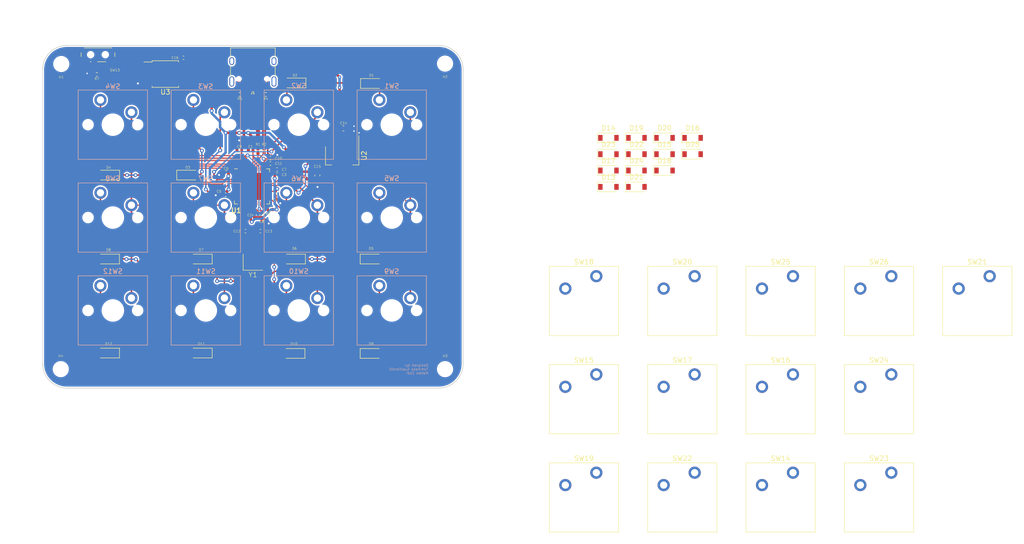
<source format=kicad_pcb>
(kicad_pcb (version 20211014) (generator pcbnew)
  (layers (0 "F.Cu" signal) (31 "B.Cu" power) (34 "B.Paste" user) (35 "F.Paste" user) (36 "B.SilkS" user "B.Silkscreen") (37 "F.SilkS" user "F.Silkscreen") (38 "B.Mask" user) (39 "F.Mask" user) (44 "Edge.Cuts" user))
  (net 0 "")
  (net 1 "+3V3")
  (net 2 "GND")
  (net 3 "+1V1")
  (net 4 "/XIN")
  (net 5 "/XOUT")
  (net 6 "VBUS")
  (net 7 "/ROW_0")
  (net 8 "Net-(D1-Pad2)")
  (net 9 "Net-(D2-Pad2)")
  (net 10 "Net-(D3-Pad2)")
  (net 11 "/ROW_1")
  (net 12 "Net-(D5-Pad2)")
  (net 13 "Net-(D6-Pad2)")
  (net 14 "/ROW_2")
  (net 15 "Net-(D7-Pad2)")
  (net 16 "Net-(D9-Pad2)")
  (net 17 "Net-(J1-PadA5)")
  (net 18 "/USB_D+")
  (net 19 "/USB_D-")
  (net 21 "Net-(J1-PadB5)")
  (net 24 "Net-(R1-Pad1)")
  (net 25 "Net-(R2-Pad1)")
  (net 26 "Net-(R3-Pad2)")
  (net 27 "/~{USB_BOOT}")
  (net 28 "/QSPI_SS")
  (net 29 "/COL_0")
  (net 30 "/COL_1")
  (net 31 "/COL_2")
  (net 41 "Net-(D13-Pad2)")
  (net 42 "Net-(D14-Pad2)")
  (net 51 "Net-(D15-Pad2)")
  (net 52 "/ROW_3")
  (net 55 "/QSPI_SD3")
  (net 56 "/QSPI_SCLK")
  (net 57 "/QSPI_SD0")
  (net 58 "/QSPI_SD2")
  (net 59 "/QSPI_SD1")
  (net 60 "Net-(D4-Pad2)")
  (net 61 "Net-(D8-Pad2)")
  (net 62 "Net-(D10-Pad2)")
  (net 63 "Net-(D11-Pad2)")
  (net 64 "Net-(D12-Pad2)")
  (net 65 "/COL_3")
  (net 68 "Net-(D16-Pad2)")
  (net 69 "Net-(D17-Pad2)")
  (net 70 "Net-(D18-Pad2)")
  (net 71 "Net-(D19-Pad2)")
  (net 72 "Net-(D20-Pad2)")
  (net 73 "/ROW_4")
  (net 74 "Net-(D21-Pad2)")
  (net 75 "Net-(D22-Pad2)")
  (net 76 "Net-(D23-Pad2)")
  (net 77 "Net-(D24-Pad2)")
  (net 78 "Net-(D25-Pad2)")
  (net 79 "/COL_4")
  (footprint "Resistor_SMD:R_0402_1005Metric" (layer "F.Cu") (at 89.174 65.073 90)
    (fp_text reference "R1")
    (fp_text value "27.4")
  )
  (footprint "Diode_SMD:D_SOD-123" (layer "F.Cu") (at 96.7486 51.1302 180)
    (fp_text reference "D2")
    (fp_text value "D")
  )
  (footprint "Diode_SMD:D_SOD-123" (layer "F.Cu") (at 160.9852 72.4408)
    (fp_text reference "D13")
    (fp_text value "D")
  )
  (footprint "Switch_Keyboard_Cherry_MX:SW_Cherry_MX_PCB_1.00u" (layer "F.Cu") (at 155.9658 136.144)
    (fp_text reference "SW19")
    (fp_text value "KEY_11_22")
  )
  (footprint "Capacitor_SMD:C_0402_1005Metric" (layer "F.Cu") (at 86.614 81.534 180)
    (fp_text reference "C12")
    (fp_text value "10p")
  )
  (footprint "Diode_SMD:D_SOD-123" (layer "F.Cu") (at 166.7352 62.3908)
    (fp_text reference "D19")
    (fp_text value "D")
  )
  (footprint "Button_Switch_SMD:SW_SPDT_PCM12" (layer "F.Cu") (at 56.388 45.6616 180)
    (fp_text reference "SW13")
    (fp_text value "SW_SPDT")
  )
  (footprint "Capacitor_SMD:C_0402_1005Metric" (layer "F.Cu") (at 87.658 65.024 180)
    (fp_text reference "C1")
    (fp_text value "100n")
  )
  (footprint "Diode_SMD:D_SOD-123" (layer "F.Cu") (at 160.9852 65.7408)
    (fp_text reference "D23")
    (fp_text value "D")
  )
  (footprint "Switch_Keyboard_Cherry_MX:SW_Cherry_MX_PCB_1.00u" (layer "F.Cu") (at 216.4158 95.844)
    (fp_text reference "SW26")
    (fp_text value "MX_LED")
  )
  (footprint "Diode_SMD:D_SOD-123" (layer "F.Cu") (at 172.4852 62.3908)
    (fp_text reference "D20")
    (fp_text value "D")
  )
  (footprint "Capacitor_SMD:C_0402_1005Metric" (layer "F.Cu") (at 82.55 74.0664 180)
    (fp_text reference "C5")
    (fp_text value "100n")
  )
  (footprint "Switch_Keyboard_Cherry_MX:SW_Cherry_MX_PCB_1.00u" (layer "F.Cu") (at 176.1158 95.844)
    (fp_text reference "SW20")
    (fp_text value "KEY_12_23")
  )
  (footprint "MountingHole:MountingHole_2.7mm_M2.5" (layer "F.Cu") (at 127.508 109.8296)
    (fp_text reference "H3")
    (fp_text value "MountingHole")
  )
  (footprint "Capacitor_SMD:C_0402_1005Metric" (layer "F.Cu") (at 89.916 78.232 90)
    (fp_text reference "C8")
    (fp_text value "100n")
  )
  (footprint "MountingHole:MountingHole_2.7mm_M2.5" (layer "F.Cu") (at 127.508 47.1678)
    (fp_text reference "H2")
    (fp_text value "MountingHole")
  )
  (footprint "Switch_Keyboard_Cherry_MX:SW_Cherry_MX_PCB_1.00u" (layer "F.Cu") (at 176.1158 115.994)
    (fp_text reference "SW17")
    (fp_text value "KEY_9_20")
  )
  (footprint "Capacitor_SMD:C_0603_1608Metric" (layer "F.Cu") (at 106.68 60.452)
    (fp_text reference "C14")
    (fp_text value "10u")
  )
  (footprint "Diode_SMD:D_SOD-123" (layer "F.Cu") (at 172.4852 69.0908)
    (fp_text reference "D18")
    (fp_text value "D")
  )
  (footprint "Package_TO_SOT_SMD:SOT-223-3_TabPin2" (layer "F.Cu") (at 106.426 66.04 -90)
    (fp_text reference "U2")
    (fp_text value "NCP1117-3.3_SOT223")
  )
  (footprint "Diode_SMD:D_SOD-123" (layer "F.Cu") (at 112.3696 87.249)
    (fp_text reference "D5")
    (fp_text value "D")
  )
  (footprint "Diode_SMD:D_SOD-123" (layer "F.Cu") (at 96.647 87.249 180)
    (fp_text reference "D6")
    (fp_text value "D")
  )
  (footprint "Switch_Keyboard_Cherry_MX:SW_Cherry_MX_PCB_1.00u" (layer "F.Cu") (at 196.2658 136.144)
    (fp_text reference "SW14")
    (fp_text value "KEY_5_04")
  )
  (footprint "Diode_SMD:D_SOD-123" (layer "F.Cu") (at 58.547 87.249 180)
    (fp_text reference "D8")
    (fp_text value "D")
  )
  (footprint "Switch_Keyboard_Cherry_MX:SW_Cherry_MX_PCB_1.00u" (layer "F.Cu") (at 176.1158 136.144)
    (fp_text reference "SW22")
    (fp_text value "KEY_9_20")
  )
  (footprint "Resistor_SMD:R_0402_1005Metric" (layer "F.Cu") (at 90.424 65.073 90)
    (fp_text reference "R2")
    (fp_text value "27.4")
  )
  (footprint "MountingHole:MountingHole_2.7mm_M2.5" (layer "F.Cu") (at 48.768 109.8296)
    (fp_text reference "H4")
    (fp_text value "MountingHole")
  )
  (footprint "Switch_Keyboard_Cherry_MX:SW_Cherry_MX_PCB_1.00u" (layer "F.Cu") (at 155.9658 115.994)
    (fp_text reference "SW15")
    (fp_text value "KEY_8_13")
  )
  (footprint "Capacitor_SMD:C_0402_1005Metric" (layer "F.Cu") (at 91.722 66.576)
    (fp_text reference "C10")
    (fp_text value "1u")
  )
  (footprint "Diode_SMD:D_SOD-123" (layer "F.Cu") (at 112.4458 51.2318)
    (fp_text reference "D1")
    (fp_text value "D")
  )
  (footprint "Resistor_SMD:R_0402_1005Metric" (layer "F.Cu") (at 56.1594 49.403)
    (fp_text reference "R7")
    (fp_text value "1k")
  )
  (footprint "Switch_Keyboard_Cherry_MX:SW_Cherry_MX_PCB_1.00u" (layer "F.Cu") (at 196.2658 95.844)
    (fp_text reference "SW25")
    (fp_text value "KEY_12_23")
  )
  (footprint "Resistor_SMD:R_0402_1005Metric" (layer "F.Cu") (at 90.7796 53.4924)
    (fp_text reference "R4")
    (fp_text value "5k1")
  )
  (footprint "Connector_USB:USB_C_Receptacle_XKB_U262-16XN-4BVC11" (layer "F.Cu") (at 88.1251 47.7266 180)
    (fp_text reference "J1")
    (fp_text value "USB_C_Receptacle_USB2.0")
  )
  (footprint "Capacitor_SMD:C_0402_1005Metric" (layer "F.Cu") (at 92.71 73.8124 -90)
    (fp_text reference "C4")
    (fp_text value "100n")
  )
  (footprint "Capacitor_SMD:C_0402_1005Metric" (layer "F.Cu") (at 73.914 45.974)
    (fp_text reference "C16")
    (fp_text value "100n")
  )
  (footprint "Capacitor_SMD:C_0402_1005Metric" (layer "F.Cu") (at 91.722 67.6682)
    (fp_text reference "C11")
    (fp_text value "1u")
  )
  (footprint "Capacitor_SMD:C_0402_1005Metric" (layer "F.Cu") (at 93.091 69.9516)
    (fp_text reference "C3")
    (fp_text value "100n")
  )
  (footprint "Diode_SMD:D_SOD-123" (layer "F.Cu") (at 96.5454 106.6038 180)
    (fp_text reference "D10")
    (fp_text value "D")
  )
  (footprint "Capacitor_SMD:C_0402_1005Metric" (layer "F.Cu") (at 88.4682 78.232 -90)
    (fp_text reference "C2")
    (fp_text value "100n")
  )
  (footprint "Resistor_SMD:R_0402_1005Metric" (layer "F.Cu") (at 85.45 53.4924 180)
    (fp_text reference "R5")
    (fp_text value "5k1")
  )
  (footprint "Diode_SMD:D_SOD-123" (layer "F.Cu") (at 58.547 106.5276 180)
    (fp_text reference "D12")
    (fp_text value "D")
  )
  (footprint "Diode_SMD:D_SOD-123" (layer "F.Cu") (at 172.4852 65.7408)
    (fp_text reference "D15")
    (fp_text value "D")
  )
  (footprint "Diode_SMD:D_SOD-123" (layer "F.Cu") (at 166.7352 69.0908)
    (fp_text reference "D24")
    (fp_text value "D")
  )
  (footprint "Package_SO:SOIC-8_5.23x5.23mm_P1.27mm" (layer "F.Cu") (at 70.2 49.3)
    (fp_text reference "U3")
    (fp_text value "W25Q128JVS")
  )
  (footprint "Diode_SMD:D_SOD-123" (layer "F.Cu") (at 166.7352 65.7408)
    (fp_text reference "D22")
    (fp_text value "D")
  )
  (footprint "Capacitor_SMD:C_0402_1005Metric" (layer "F.Cu") (at 89.662 81.534)
    (fp_text reference "C13")
    (fp_text value "10p")
  )
  (footprint "Diode_SMD:D_SOD-123" (layer "F.Cu") (at 58.5724 70.0278 180)
    (fp_text reference "D4")
    (fp_text value "D")
  )
  (footprint "Capacitor_SMD:C_0603_1608Metric" (layer "F.Cu") (at 101.346 70.104 -90)
    (fp_text reference "C15")
    (fp_text value "10u")
  )
  (footprint "Package_DFN_QFN:QFN-56-1EP_7x7mm_P0.4mm_EP5.6x5.6mm" (layer "F.Cu") (at 87.95 72.348)
    (fp_text reference "U1")
    (fp_text value "RP2040")
  )
  (footprint "Capacitor_SMD:C_0402_1005Metric" (layer "F.Cu") (at 85.344 65.024 180)
    (fp_text reference "C9")
    (fp_text value "100n")
  )
  (footprint "Switch_Keyboard_Cherry_MX:SW_Cherry_MX_PCB_1.00u" (layer "F.Cu") (at 216.4158 136.144)
    (fp_text reference "SW23")
    (fp_text value "KEY_10_21")
  )
  (footprint "Switch_Keyboard_Cherry_MX:SW_Cherry_MX_PCB_1.00u" (layer "F.Cu") (at 155.9658 95.844)
    (fp_text reference "SW18")
    (fp_text value "KEY_10_21")
  )
  (footprint "Resistor_SMD:R_0402_1005Metric" (layer "F.Cu") (at 91.6666 77.089 180)
    (fp_text reference "R3")
    (fp_text value "10k")
  )
  (footprint "MountingHole:MountingHole_2.7mm_M2.5" (layer "F.Cu") (at 48.8696 47.244)
    (fp_text reference "H1")
    (fp_text value "MountingHole")
  )
  (footprint "Capacitor_SMD:C_0402_1005Metric" (layer "F.Cu") (at 93.091 68.8848)
    (fp_text reference "C7")
    (fp_text value "100n")
  )
  (footprint "Diode_SMD:D_SOD-123" (layer "F.Cu") (at 112.3696 106.6038)
    (fp_text reference "D9")
    (fp_text value "D")
  )
  (footprint "Diode_SMD:D_SOD-123" (layer "F.Cu") (at 77.5462 106.5276 180)
    (fp_text reference "D11")
    (fp_text value "D")
  )
  (footprint "Capacitor_SMD:C_0402_1005Metric" (layer "F.Cu") (at 82.6516 69.4944 180)
    (fp_text reference "C6")
    (fp_text value "100n")
  )
  (footprint "Switch_Keyboard_Cherry_MX:SW_Cherry_MX_PCB_1.00u" (layer "F.Cu") (at 216.4158 115.994)
    (fp_text reference "SW24")
    (fp_text value "KEY_11_22")
  )
  (footprint "Diode_SMD:D_SOD-123" (layer "F.Cu") (at 178.2352 65.7408)
    (fp_text reference "D25")
    (fp_text value "D")
  )
  (footprint "Diode_SMD:D_SOD-123" (layer "F.Cu") (at 74.7776 70.0278)
    (fp_text reference "D3")
    (fp_text value "D")
  )
  (footprint "Switch_Keyboard_Cherry_MX:SW_Cherry_MX_PCB_1.00u" (layer "F.Cu") (at 196.2658 115.994)
    (fp_text reference "SW16")
    (fp_text value "MX_LED")
  )
  (footprint "Diode_SMD:D_SOD-123" (layer "F.Cu") (at 77.5462 87.249 180)
    (fp_text reference "D7")
    (fp_text value "D")
  )
  (footprint "Switch_Keyboard_Cherry_MX:SW_Cherry_MX_PCB_1.00u" (layer "F.Cu") (at 236.5658 95.844)
    (fp_text reference "SW21")
    (fp_text value "MX_LED")
  )
  (footprint "Diode_SMD:D_SOD-123" (layer "F.Cu") (at 160.9852 62.3908)
    (fp_text reference "D14")
    (fp_text value "D")
  )
  (footprint "Diode_SMD:D_SOD-123" (layer "F.Cu") (at 178.2352 62.3908)
    (fp_text reference "D16")
    (fp_text value "D")
  )
  (footprint "Crystal:Crystal_SMD_3225-4Pin_3.2x2.5mm" (layer "F.Cu") (at 88.138 87.884)
    (fp_text reference "Y1")
    (fp_text value "12MHz")
  )
  (footprint "Diode_SMD:D_SOD-123" (layer "F.Cu") (at 166.7352 72.4408)
    (fp_text reference "D21")
    (fp_text value "D")
  )
  (footprint "Diode_SMD:D_SOD-123" (layer "F.Cu") (at 160.9852 69.0908)
    (fp_text reference "D17")
    (fp_text value "D")
  )
  (footprint "Switch_Keyboard_Cherry_MX:SW_Cherry_MX_PCB_1.00u" (layer "B.Cu") (at 78.486 78.74 180)
    (fp_text reference "SW7")
    (fp_text value "KEY_7_12")
  )
  (footprint "Switch_Keyboard_Cherry_MX:SW_Cherry_MX_PCB_1.00u" (layer "B.Cu") (at 116.586 78.74 180)
    (fp_text reference "SW5")
    (fp_text value "KEY_5_10")
  )
  (footprint "Switch_Keyboard_Cherry_MX:SW_Cherry_MX_PCB_1.00u" (layer "B.Cu") (at 97.536 59.69 180)
    (fp_text reference "SW2")
    (fp_text value "KEY_2_01")
  )
  (footprint "Switch_Keyboard_Cherry_MX:SW_Cherry_MX_PCB_1.00u" (layer "B.Cu") (at 97.536 78.74 180)
    (fp_text reference "SW6")
    (fp_text value "KEY_6_11")
  )
  (footprint "Switch_Keyboard_Cherry_MX:SW_Cherry_MX_PCB_1.00u" (layer "B.Cu") (at 97.536 97.79 180)
    (fp_text reference "SW10")
    (fp_text value "KEY_10_21")
  )
  (footprint "Switch_Keyboard_Cherry_MX:SW_Cherry_MX_PCB_1.00u" (layer "B.Cu") (at 59.436 78.74 180)
    (fp_text reference "SW8")
    (fp_text value "KEY_8_13")
  )
  (footprint "Switch_Keyboard_Cherry_MX:SW_Cherry_MX_PCB_1.00u" (layer "B.Cu") (at 116.586 59.69 180)
    (fp_text reference "SW1")
    (fp_text value "KEY_1_00")
  )
  (footprint "Switch_Keyboard_Cherry_MX:SW_Cherry_MX_PCB_1.00u" (layer "B.Cu") (at 78.486 97.79 180)
    (fp_text reference "SW11")
    (fp_text value "KEY_11_22")
  )
  (footprint "Switch_Keyboard_Cherry_MX:SW_Cherry_MX_PCB_1.00u" (layer "B.Cu") (at 116.586 97.79 180)
    (fp_text reference "SW9")
    (fp_text value "KEY_9_20")
  )
  (footprint "Switch_Keyboard_Cherry_MX:SW_Cherry_MX_PCB_1.00u" (layer "B.Cu") (at 59.436 97.79 180)
    (fp_text reference "SW12")
    (fp_text value "KEY_12_23")
  )
  (footprint "Switch_Keyboard_Cherry_MX:SW_Cherry_MX_PCB_1.00u" (layer "B.Cu") (at 59.436 59.69 180)
    (fp_text reference "SW4")
    (fp_text value "KEY_4_03")
  )
  (footprint "Switch_Keyboard_Cherry_MX:SW_Cherry_MX_PCB_1.00u" (layer "B.Cu") (at 78.486 59.69 180)
    (fp_text reference "SW3")
    (fp_text value "KEY_3_02")
  )
  (gr_line (start 50 43.45) (end 126.2 43.45) (layer "Edge.Cuts") (width 0.15))
  (gr_arc (start 126.2 43.45) (mid 129.732472 44.882098) (end 131.199997 48.4) (layer "Edge.Cuts") (width 0.15))
  (gr_arc (start 45.05 48.4) (mid 46.499821 44.899821) (end 50 43.45) (layer "Edge.Cuts") (width 0.15))
  (gr_line (start 131.199997 48.4) (end 131.2 108.75) (layer "Edge.Cuts") (width 0.15))
  (gr_arc (start 50 113.7) (mid 46.489465 112.225179) (end 45.049998 108.7) (layer "Edge.Cuts") (width 0.15))
  (gr_arc (start 131.2 108.75) (mid 129.725178 112.260533) (end 126.2 113.7) (layer "Edge.Cuts") (width 0.15))
  (gr_line (start 45.049998 108.7) (end 45.05 48.4) (layer "Edge.Cuts") (width 0.1))
  (gr_line (start 126.2 113.7) (end 50 113.7) (layer "Edge.Cuts") (width 0.15))
  (gr_text "Designed by:\nTommaso Gualtierotti\nMatteo Zodi" (at 124.1044 109.8296) (layer "B.SilkS") (effects (font (size 0.5 0.5) (thickness 0.05)) (justify left mirror)))
  (segment (start 92.611 68.8848) (end 92.611 68.5572) (width 0.2) (layer "F.Cu") (net 1))
  (segment (start 97.0658 69.329) (end 95.7834 68.0466) (width 0.5) (layer "F.Cu") (net 1))
  (segment (start 92.596378 69.966222) (end 92.611 69.9516) (width 0.5) (layer "F.Cu") (net 1))
  (segment (start 88.55 68.9105) (end 88.55 66.452) (width 0.2) (layer "F.Cu") (net 1))
  (segment (start 88.138 62.3316) (end 88.138 65.024) (width 0.5) (layer "F.Cu") (net 1))
  (segment (start 106.426 69.19) (end 101.485 69.19) (width 0.5) (layer "F.Cu") (net 1))
  (segment (start 91.3875 69.748) (end 92.4074 69.748) (width 0.2) (layer "F.Cu") (net 1))
  (segment (start 82.8294 73.8658) (end 83.03 74.0664) (width 0.5) (layer "F.Cu") (net 1))
  (segment (start 92.6944 73.348) (end 92.71 73.3324) (width 0.2) (layer "F.Cu") (net 1))
  (segment (start 79.6798 50.1396) (end 79.6798 56.8706) (width 0.5) (layer "F.Cu") (net 1))
  (segment (start 92.4306 68.3768) (end 91.4908 68.3768) (width 0.2) (layer "F.Cu") (net 1))
  (segment (start 58.838 47.2916) (end 60.788 47.2916) (width 0.5) (layer "F.Cu") (net 1))
  (segment (start 88.15 65.036) (end 88.138 65.024) (width 0.2) (layer "F.Cu") (net 1))
  (segment (start 92.611 68.6536) (end 93.218 68.0466) (width 0.2) (layer "F.Cu") (net 1))
  (segment (start 87.1728 61.3664) (end 88.138 62.3316) (width 0.5) (layer "F.Cu") (net 1))
  (segment (start 87.7082 79.4278) (end 87.9094 79.629) (width 0.5) (layer "F.Cu") (net 1))
  (segment (start 90.15 68.9105) (end 90.15 68.1174) (width 0.2) (layer "F.Cu") (net 1))
  (segment (start 88.15 66.052) (end 88.15 65.036) (width 0.2) (layer "F.Cu") (net 1))
  (segment (start 58.638 47.0916) (end 58.838 47.2916) (width 0.5) (layer "F.Cu") (net 1))
  (segment (start 88.4682 77.2922) (end 88.15 76.974) (width 0.2) (layer "F.Cu") (net 1))
  (segment (start 73.434 45.974) (end 73.434 47.029) (width 0.5) (layer "F.Cu") (net 1))
  (segment (start 84.2589 69.4944) (end 83.1316 69.4944) (width 0.2) (layer "F.Cu") (net 1))
  (segment (start 90.55 68.9105) (end 92.5853 68.9105) (width 0.2) (layer "F.Cu") (net 1))
  (segment (start 83.1596 72.9742) (end 82.8294 73.3044) (width 0.5) (layer "F.Cu") (net 1))
  (segment (start 83.1316 69.4944) (end 83.1316 70.2257) (width 0.5) (layer "F.Cu") (net 1))
  (segment (start 60.788 47.2916) (end 60.988 47.0916) (width 0.5) (layer "F.Cu") (net 1))
  (segment (start 88.283814 77.752) (end 87.7082 78.327614) (width 0.5) (layer "F.Cu") (net 1))
  (segment (start 82.55 61.3664) (end 85.3186 61.3664) (width 0.5) (layer "F.Cu") (net 1))
  (segment (start 92.611 68.8848) (end 92.611 69.9516) (width 0.2) (layer "F.Cu") (net 1))
  (segment (start 92.4074 69.748) (end 92.611 69.9516) (width 0.2) (layer "F.Cu") (net 1))
  (segment (start 88.15 76.974) (end 88.15 75.7855) (width 0.2) (layer "F.Cu") (net 1))
  (segment (start 60.988 47.0916) (end 63.9064 47.0916) (width 0.5) (layer "F.Cu") (net 1))
  (segment (start 83.2612 74.0664) (end 83.03 74.0664) (width 0.2) (layer "F.Cu") (net 1))
  (segment (start 101.346 69.329) (end 97.0658 69.329) (width 0.5) (layer "F.Cu") (net 1))
  (segment (start 90.5992 67.6682) (end 91.242 67.6682) (width 0.2) (layer "F.Cu") (net 1))
  (segment (start 79.2226 49.6824) (end 79.6798 50.1396) (width 0.5) (layer "F.Cu") (net 1))
  (segment (start 88.4682 77.752) (end 88.4682 77.2922) (width 0.2) (layer "F.Cu") (net 1))
  (segment (start 88.55 66.452) (end 88.15 66.052) (width 0.2) (layer "F.Cu") (net 1))
  (segment (start 94.4626 64.3128) (end 95.7834 65.6336) (width 0.5) (layer "F.Cu") (net 1))
  (segment (start 92.596378 70.726978) (end 92.596378 69.966222) (width 0.5) (layer "F.Cu") (net 1))
  (segment (start 92.5853 68.9105) (end 92.611 68.8848) (width 0.2) (layer "F.Cu") (net 1))
  (segment (start 87.7082 78.327614) (end 87.7082 79.4278) (width 0.5) (layer "F.Cu") (net 1))
  (segment (start 93.1164 72.8475) (end 93.1164 72.926) (width 0.5) (layer "F.Cu") (net 1))
  (segment (start 63.9064 47.0916) (end 65.024 45.974) (width 0.5) (layer "F.Cu") (net 1))
  (segment (start 91.4908 68.3768) (end 91.242 68.128) (width 0.2) (layer "F.Cu") (net 1))
  (segment (start 73.8 47.395) (end 76.9352 47.395) (width 0.5) (layer "F.Cu") (net 1))
  (segment (start 88.4682 77.752) (end 88.283814 77.752) (width 0.5) (layer "F.Cu") (net 1))
  (segment (start 95.7834 68.0466) (end 93.218 68.0466) (width 0.5) (layer "F.Cu") (net 1))
  (segment (start 76.9352 47.395) (end 79.2226 49.6824) (width 0.5) (layer "F.Cu") (net 1))
  (segment (start 91.242 68.128) (end 91.242 67.6682) (width 0.2) (layer "F.Cu") (net 1))
  (segment (start 73.434 47.029) (end 73.8 47.395) (width 0.5) (layer "F.Cu") (net 1))
  (segment (start 83.1316 70.2257) (end 83.1088 70.2485) (width 0.5) (layer "F.Cu") (net 1))
  (segment (start 90.15 68.1174) (end 90.5992 67.6682) (width 0.2) (layer "F.Cu") (net 1))
  (segment (start 88.15 68.9105) (end 88.15 66.052) (width 0.2) (layer "F.Cu") (net 1))
  (segment (start 106.426 62.89) (end 106.426 69.19) (width 0.5) (layer "F.Cu") (net 1))
  (segment (start 82.8294 73.3044) (end 82.8294 73.8658) (width 0.5) (layer "F.Cu") (net 1))
  (segment (start 101.485 69.19) (end 101.346 69.329) (width 0.5) (layer "F.Cu") (net 1))
  (segment (start 83.03 73.1038) (end 83.1596 72.9742) (width 0.2) (layer "F.Cu") (net 1))
  (segment (start 83.9796 73.348) (end 83.2612 74.0664) (width 0.2) (layer "F.Cu") (net 1))
  (segment (start 92.611 68.8848) (end 92.611 68.6536) (width 0.2) (layer "F.Cu") (net 1))
  (segment (start 95.7834 65.6336) (end 95.7834 68.0466) (width 0.5) (layer "F.Cu") (net 1))
  (segment (start 92.990756 77.089) (end 92.1766 77.089) (width 0.5) (layer "F.Cu") (net 1))
  (segment (start 91.3875 73.348) (end 92.6944 73.348) (width 0.2) (layer "F.Cu") (net 1))
  (segment (start 65.024 45.974) (end 73.434 45.974) (width 0.5) (layer "F.Cu") (net 1))
  (segment (start 84.5125 73.348) (end 83.9796 73.348) (width 0.2) (layer "F.Cu") (net 1))
  (segment (start 84.5125 69.748) (end 84.2589 69.4944) (width 0.2) (layer "F.Cu") (net 1))
  (segment (start 93.1164 72.926) (end 92.71 73.3324) (width 0.5) (layer "F.Cu") (net 1))
  (segment (start 92.611 68.5572) (end 92.4306 68.3768) (width 0.2) (layer "F.Cu") (net 1))
  (via (at 85.3186 61.3664) (size 0.8) (drill 0.4) (layers "F.Cu" "B.Cu") (net 1))
  (via (at 82.55 61.3664) (size 0.8) (drill 0.4) (layers "F.Cu" "B.Cu") (net 1))
  (via (at 83.1596 72.9742) (size 0.8) (drill 0.4) (layers "F.Cu" "B.Cu") (net 1))
  (via (at 92.990756 77.089) (size 0.8) (drill 0.4) (layers "F.Cu" "B.Cu") (net 1))
  (via (at 83.1088 70.2485) (size 0.8) (drill 0.4) (layers "F.Cu" "B.Cu") (net 1))
  (via (at 79.6798 56.8706) (size 0.8) (drill 0.4) (layers "F.Cu" "B.Cu") (net 1))
  (via (at 93.1164 72.8475) (size 0.8) (drill 0.4) (layers "F.Cu" "B.Cu") (net 1))
  (via (at 87.1728 61.3664) (size 0.8) (drill 0.4) (layers "F.Cu" "B.Cu") (net 1))
  (via (at 94.4626 64.3128) (size 0.8) (drill 0.4) (layers "F.Cu" "B.Cu") (net 1))
  (via (at 87.9094 79.629) (size 0.8) (drill 0.4) (layers "F.Cu" "B.Cu") (net 1))
  (via (at 92.596378 70.726978) (size 0.8) (drill 0.4) (layers "F.Cu" "B.Cu") (net 1))
  (segment (start 81.407 60.2234) (end 82.55 61.3664) (width 0.5) (layer "B.Cu") (net 1))
  (segment (start 83.1596 72.9742) (end 83.1596 70.2993) (width 0.5) (layer "B.Cu") (net 1))
  (segment (start 81.407 59.8932) (end 81.407 60.2234) (width 0.5) (layer "B.Cu") (net 1))
  (segment (start 83.1088 70.4342) (end 83.1088 70.2485) (width 0.5) (layer "B.Cu") (net 1))
  (segment (start 91.5162 61.3664) (end 94.4626 64.3128) (width 0.5) (layer "B.Cu") (net 1))
  (segment (start 92.990756 77.089) (end 91.8464 77.089) (width 0.5) (layer "B.Cu") (net 1))
  (segment (start 92.5966 75.9088) (end 92.5966 72.5288) (width 0.5) (layer "B.Cu") (net 1))
  (segment (start 81.407 59.075464) (end 81.407 59.8932) (width 0.5) (layer "B.Cu") (net 1))
  (segment (start 93.1164 72.8475) (end 92.7977 72.5288) (width 0.5) (layer "B.Cu") (net 1))
  (segment (start 79.3242 70.866) (end 79.8576 71.3994) (width 0.5) (layer "B.Cu") (net 1))
  (segment (start 87.1728 61.3664) (end 91.5162 61.3664) (width 0.5) (layer "B.Cu") (net 1))
  (segment (start 92.7977 72.5288) (end 92.5966 72.5288) (width 0.5) (layer "B.Cu") (net 1))
  (segment (start 92.5966 70.7272) (end 92.596378 70.726978) (width 0.5) (layer "B.Cu") (net 1))
  (segment (start 79.6798 56.8706) (end 79.6798 57.348264) (width 0.5) (layer "B.Cu") (net 1))
  (segment (start 92.990756 76.302956) (end 92.5966 75.9088) (width 0.5) (layer "B.Cu") (net 1))
  (segment (start 79.3242 68.6308) (end 79.3242 70.866) (width 0.5) (layer "B.Cu") (net 1))
  (segment (start 82.55 61.3664) (end 82.55 65.405) (width 0.5) (layer "B.Cu") (net 1))
  (segment (start 89.9668 78.9686) (end 88.5698 78.9686) (width 0.5) (layer "B.Cu") (net 1))
  (segment (start 92.990756 77.089) (end 92.990756 76.302956) (width 0.5) (layer "B.Cu") (net 1))
  (segment (start 88.5698 78.9686) (end 87.9094 79.629) (width 0.5) (layer "B.Cu") (net 1))
  (segment (start 79.6798 57.348264) (end 81.407 59.075464) (width 0.5) (layer "B.Cu") (net 1))
  (segment (start 83.1596 70.2993) (end 83.1088 70.2485) (width 0.2) (layer "B.Cu") (net 1))
  (segment (start 79.8576 71.3994) (end 82.1436 71.3994) (width 0.5) (layer "B.Cu") (net 1))
  (segment (start 82.1436 71.3994) (end 83.1088 70.4342) (width 0.5) (layer "B.Cu") (net 1))
  (segment (start 85.3186 61.3664) (end 87.1728 61.3664) (width 0.5) (layer "B.Cu") (net 1))
  (segment (start 92.5966 72.5288) (end 92.5966 70.7272) (width 0.5) (layer "B.Cu") (net 1))
  (segment (start 82.55 65.405) (end 79.3242 68.6308) (width 0.5) (layer "B.Cu") (net 1))
  (segment (start 91.8464 77.089) (end 89.9668 78.9686) (width 0.5) (layer "B.Cu") (net 1))
  (segment (start 92.202 67.6682) (end 92.202 66.576) (width 0.5) (layer "F.Cu") (net 2))
  (segment (start 81.7626 53.4924) (end 84.94 53.4924) (width 0.5) (layer "F.Cu") (net 2))
  (segment (start 84.7751 51.3966) (end 85.0751 51.3966) (width 0.3) (layer "F.Cu") (net 2))
  (segment (start 90.4884 88.734) (end 91.44 87.7824) (width 0.5) (layer "F.Cu") (net 2))
  (segment (start 91.44 87.7824) (end 91.44 82.7278) (width 0.5) (layer "F.Cu") (net 2))
  (segment (start 86.1148 77.2248) (end 86.106 77.216) (width 0.5) (layer "F.Cu") (net 2))
  (segment (start 85.3186 63.881) (end 86.2838 63.881) (width 0.5) (layer "F.Cu") (net 2))
  (segment (start 86.95 75.7855) (end 86.95 73.348) (width 0.2) (layer "F.Cu") (net 2))
  (segment (start 74.394 45.974) (end 77.8764 45.974) (width 0.5) (layer "F.Cu") (net 2))
  (segment (start 101.346 70.879) (end 101.346 72.4408) (width 0.5) (layer "F.Cu") (net 2))
  (segment (start 92.202 66.576) (end 92.4534 66.576) (width 0.5) (layer "F.Cu") (net 2))
  (segment (start 86.2838 57.8866) (end 86.2838 63.881) (width 0.5) (layer "F.Cu") (net 2))
  (segment (start 87.249 64.3128) (end 87.249 64.953) (width 0.5) (layer "F.Cu") (net 2))
  (segment (start 81.7118 69.4944) (end 81.2038 70.0024) (width 0.5) (layer "F.Cu") (net 2))
  (segment (start 81.026 49.1236) (end 81.026 52.7558) (width 0.5) (layer "F.Cu") (net 2))
  (segment (start 89.238 88.734) (end 90.4884 88.734) (width 0.5) (layer "F.Cu") (net 2))
  (segment (start 110.134 62.89) (end 108.726 62.89) (width 0.5) (layer "F.Cu") (net 2))
  (segment (start 86.2838 63.881) (end 86.8172 63.881) (width 0.5) (layer "F.Cu") (net 2))
  (segment (start 91.2896 54.866) (end 93.853 57.4294) (width 0.5) (layer "F.Cu") (net 2))
  (segment (start 85.1408 87.8586) (end 85.1408 89.9414) (width 0.5) (layer "F.Cu") (net 2))
  (segment (start 92.4534 66.576) (end 93.1418 65.8876) (width 0.5) (layer "F.Cu") (net 2))
  (segment (start 90.142 80.363) (end 90.142 81.534) (width 0.5) (layer "F.Cu") (net 2))
  (segment (start 84.94 53.4924) (end 84.9 53.4524) (width 0.5) (layer "F.Cu") (net 2))
  (segment (start 93.8504 70.231) (end 93.571 69.9516) (width 0.5) (layer "F.Cu") (net 2))
  (segment (start 84.864 65.024) (end 84.864 64.3356) (width 0.5) (layer "F.Cu") (net 2))
  (segment (start 89.916 80.137) (end 90.142 80.363) (width 0.5) (layer "F.Cu") (net 2))
  (segment (start 99.2762 70.879) (end 98.6282 70.231) (width 0.5) (layer "F.Cu") (net 2))
  (segment (start 86.106 81.506) (end 86.134 81.534) (width 0.2) (layer "F.Cu") (net 2))
  (segment (start 66.6 51.205) (end 64.5936 51.205) (width 0.5) (layer "F.Cu") (net 2))
  (segment (start 85.9654 87.034) (end 85.1408 87.8586) (width 0.5) (layer "F.Cu") (net 2))
  (segment (start 54.138 49.1596) (end 54.138 47.0916) (width 0.5) (layer "F.Cu") (net 2))
  (segment (start 101.346 70.879) (end 102.095 71.628) (width 0.5) (layer "F.Cu") (net 2))
  (segment (start 84.9 53.4524) (end 84.9 51.3966) (width 0.5) (layer "F.Cu") (net 2))
  (segment (start 93.853 61.976) (end 91.1726 64.6564) (width 0.3) (layer "F.Cu") (net 2))
  (segment (start 93.853 57.4294) (end 93.853 61.976) (width 0.5) (layer "F.Cu") (net 2))
  (segment (start 81.026 52.7558) (end 81.7626 53.4924) (width 0.5) (layer "F.Cu") (net 2))
  (segment (start 91.2896 53.4924) (end 91.2751 53.4779) (width 0.5) (layer "F.Cu") (net 2))
  (segment (start 86.8172 63.881) (end 87.249 64.3128) (width 0.5) (layer "F.Cu") (net 2))
  (segment (start 91.4751 51.3966) (end 91.1751 51.3966) (width 0.3) (layer "F.Cu") (net 2))
  (segment (start 54.1528 49.1744) (end 54.138 49.1596) (width 0.5) (layer "F.Cu") (net 2))
  (segment (start 82.07 74.0664) (end 80.6196 74.0664) (width 0.5) (layer "F.Cu") (net 2))
  (segment (start 93.571 68.8848) (end 93.571 69.9516) (width 0.5) (layer "F.Cu") (net 2))
  (segment (start 86.2838 63.881) (end 85.3186 62.9158) (width 0.5) (layer "F.Cu") (net 2))
  (segment (start 86.95 75.7855) (end 86.95 76.372) (width 0.2) (layer "F.Cu") (net 2))
  (segment (start 87.038 87.034) (end 85.9654 87.034) (width 0.5) (layer "F.Cu") (net 2))
  (segment (start 86.95 73.348) (end 87.95 72.348) (width 0.2) (layer "F.Cu") (net 2))
  (segment (start 92.202 66.2058) (end 92.202 66.576) (width 0.3) (layer "F.Cu") (net 2))
  (segment (start 101.346 70.879) (end 99.2762 70.879) (width 0.5) (layer "F.Cu") (net 2))
  (segment (start 91.1726 65.512461) (end 91.611939 65.9518) (width 0.3) (layer "F.Cu") (net 2))
  (segment (start 86.134 81.534) (end 86.134 86.13) (width 0.5) (layer "F.Cu") (net 2))
  (segment (start 91.1726 64.6564) (end 91.1726 65.512461) (width 0.3) (layer "F.Cu") (net 2))
  (segment (start 77.8764 45.974) (end 81.026 49.1236) (width 0.5) (layer "F.Cu") (net 2))
  (segment (start 84.94 56.5428) (end 86.2838 57.8866) (width 0.5) (layer "F.Cu") (net 2))
  (segment (start 80.6196 74.0664) (end 80.518 74.168) (width 0.5) (layer "F.Cu") (net 2))
  (segment (start 89.916 78.712) (end 90.1166 78.712) (width 0.5) (layer "F.Cu") (net 2))
  (segment (start 84.864 64.3356) (end 85.3186 63.881) (width 0.5) (layer "F.Cu") (net 2))
  (segment (start 91.611939 65.9518) (end 91.948 65.9518) (width 0.3) (layer "F.Cu") (net 2))
  (segment (start 89.916 78.712) (end 89.916 80.137) (width 0.5) (layer "F.Cu") (net 2))
  (segment (start 91.948 65.9518) (end 92.202 66.2058) (width 0.3) (layer "F.Cu") (net 2))
  (segment (start 86.134 81.534) (end 86.1148 81.5148) (width 0.5) (layer "F.Cu") (net 2))
  (segment (start 109.982 71.628) (end 111.506 70.104) (width 0.5) (layer "F.Cu") (net 2))
  (segment (start 101.346 72.4408) (end 101.3714 72.4662) (width 0.5) (layer "F.Cu") (net 2))
  (segment (start 111.506 70.104) (end 111.506 64.262) (width 0.5) (layer "F.Cu") (net 2))
  (segment (start 89.238 89.6796) (end 89.238 88.734) (width 0.5) (layer "F.Cu") (net 2))
  (segment (start 82.1716 69.4944) (end 81.7118 69.4944) (width 0.5) (layer "F.Cu") (net 2))
  (segment (start 92.71 74.2924) (end 92.71 74.7522) (width 0.5) (layer "F.Cu") (net 2))
  (segment (start 88.1634 90.7542) (end 89.238 89.6796) (width 0.5) (layer "F.Cu") (net 2))
  (segment (start 88.646 78.712) (end 89.916 78.712) (width 0.5) (layer "F.Cu") (net 2))
  (segment (start 92.71 74.7522) (end 93.7514 75.7936) (width 0.5) (layer "F.Cu") (net 2))
  (segment (start 90.2462 81.534) (end 90.142 81.534) (width 0.5) (layer "F.Cu") (net 2))
  (segment (start 64.5936 51.205) (end 64.5668 51.2318) (width 0.5) (layer "F.Cu") (net 2))
  (segment (start 91.2751 53.4779) (end 91.2751 51.3966) (width 0.5) (layer "F.Cu") (net 2))
  (segment (start 91.2896 53.4924) (end 91.2896 54.866) (width 0.5) (layer "F.Cu") (net 2))
  (segment (start 87.249 64.953) (end 87.178 65.024) (width 0.5) (layer "F.Cu") (net 2))
  (segment (start 86.1148 81.5148) (end 86.1148 77.2248) (width 0.5) (layer "F.Cu") (net 2))
  (segment (start 90.1166 78.712) (end 91.3638 79.9592) (width 0.5) (layer "F.Cu") (net 2))
  (segment (start 98.6282 70.231) (end 93.8504 70.231) (width 0.5) (layer "F.Cu") (net 2))
  (segment (start 86.95 76.372) (end 86.106 77.216) (width 0.2) (layer "F.Cu") (net 2))
  (segment (start 85.9536 90.7542) (end 88.1634 90.7542) (width 0.5) (layer "F.Cu") (net 2))
  (segment (start 102.095 71.628) (end 109.982 71.628) (width 0.5) (layer "F.Cu") (net 2))
  (segment (start 91.44 82.7278) (end 90.2462 81.534) (width 0.5) (layer "F.Cu") (net 2))
  (segment (start 111.506 64.262) (end 110.134 62.89) (width 0.5) (layer "F.Cu") (net 2))
  (segment (start 86.134 86.13) (end 87.038 87.034) (width 0.5) (layer "F.Cu") (net 2))
  (segment (start 84.94 53.4924) (end 84.94 56.5428) (width 0.5) (layer "F.Cu") (net 2))
  (segment (start 85.1408 89.9414) (end 85.9536 90.7542) (width 0.5) (layer "F.Cu") (net 2))
  (via (at 93.7514 75.7936) (size 0.8) (drill 0.4) (layers "F.Cu" "B.Cu") (net 2))
  (via (at 81.2038 70.0024) (size 0.8) (drill 0.4) (layers "F.Cu" "B.Cu") (net 2))
  (via (at 101.3714 72.4662) (size 0.8) (drill 0.4) (layers "F.Cu" "B.Cu") (net 2))
  (via (at 54.1528 49.1744) (size 0.7) (drill 0.3) (layers "F.Cu" "B.Cu") (net 2))
  (via (at 64.5668 51.2318) (size 0.8) (drill 0.4) (layers "F.Cu" "B.Cu") (net 2))
  (via (at 108.85 61) (size 0.7) (drill 0.3) (layers "F.Cu" "B.Cu") (net 2))
  (via (at 91.3638 79.9592) (size 0.8) (drill 0.4) (layers "F.Cu" "B.Cu") (net 2))
  (via (at 108.85 60) (size 0.7) (drill 0.3) (layers "F.Cu" "B.Cu") (net 2))
  (via (at 80.518 74.168) (size 0.8) (drill 0.4) (layers "F.Cu" "B.Cu") (net 2))
  (via (at 109.8804 61.3664) (size 0.7) (drill 0.3) (layers "F.Cu" "B.Cu") (net 2))
  (via (at 85.3186 62.9158) (size 0.8) (drill 0.4) (layers "F.Cu" "B.Cu") (net 2))
  (via (at 93.1418 65.8876) (size 0.8) (drill 0.4) (layers "F.Cu" "B.Cu") (net 2))
  (segment (start 87.75 68.9105) (end 87.75 67.510942) (width 0.2) (layer "F.Cu") (net 3))
  (segment (start 90.324678 66.671566) (end 91.146434 66.671566) (width 0.2) (layer "F.Cu") (net 3))
  (segment (start 91.125714 66.576) (end 91.242 66.576) (width 0.2) (layer "F.Cu") (net 3))
  (segment (start 89.5122 77.752) (end 89.916 77.752) (width 0.2) (layer "F.Cu") (net 3))
  (segment (start 86.6902 65.9892) (end 87.0458 65.9892) (width 0.2) (layer "F.Cu") (net 3))
  (segment (start 88.55 76.7898) (end 89.5122 77.752) (width 0.2) (layer "F.Cu") (net 3))
  (segment (start 91.146434 66.671566) (end 91.242 66.576) (width 0.2) (layer "F.Cu") (net 3))
  (segment (start 86.459229 66.220171) (end 86.6902 65.9892) (width 0.2) (layer "F.Cu") (net 3))
  (segment (start 89.75 67.951714) (end 91.125714 66.576) (width 0.2) (layer "F.Cu") (net 3))
  (segment (start 88.55 75.7855) (end 88.55 76.7898) (width 0.2) (layer "F.Cu") (net 3))
  (segment (start 86.459229 66.220171) (end 85.879058 65.64) (width 0.2) (layer "F.Cu") (net 3))
  (segment (start 87.75 67.510942) (end 86.459229 66.220171) (width 0.2) (layer "F.Cu") (net 3))
  (segment (start 85.879058 65.64) (end 85.824 65.64) (width 0.2) (layer "F.Cu") (net 3))
  (segment (start 85.824 65.64) (end 85.824 65.024) (width 0.2) (layer "F.Cu") (net 3))
  (segment (start 89.456625 76.963957) (end 89.916 77.423332) (width 0.3) (layer "F.Cu") (net 3))
  (segment (start 89.916 77.423332) (end 89.916 77.752) (width 0.3) (layer "F.Cu") (net 3))
  (segment (start 89.75 68.9105) (end 89.75 67.951714) (width 0.2) (layer "F.Cu") (net 3))
  (via (at 87.0458 65.9892) (size 0.8) (drill 0.4) (layers "F.Cu" "B.Cu") (net 3))
  (via (at 90.324678 66.671566) (size 0.8) (drill 0.4) (layers "F.Cu" "B.Cu") (net 3))
  (via (at 89.456625 76.963957) (size 0.7) (drill 0.3) (layers "F.Cu" "B.Cu") (net 3))
  (segment (start 89.456625 76.963957) (end 89.379491 76.886823) (width 0.2) (layer "B.Cu") (net 3))
  (segment (start 89.379491 68.322891) (end 87.0458 65.9892) (width 0.2) (layer "B.Cu") (net 3))
  (segment (start 89.379491 76.886823) (end 89.379491 68.322891) (width 0.2) (layer "B.Cu") (net 3))
  (segment (start 87.0458 65.9892) (end 89.642312 65.9892) (width 0.2) (layer "B.Cu") (net 3))
  (segment (start 89.642312 65.9892) (end 90.324678 66.671566) (width 0.2) (layer "B.Cu") (net 3))
  (segment (start 86.6648 77.343) (end 87.35 76.6578) (width 0.2) (layer "F.Cu") (net 4))
  (segment (start 87.288 88.734) (end 87.038 88.734) (width 0.3) (layer "F.Cu") (net 4))
  (segment (start 87.094 81.534) (end 87.094 84.554) (width 0.3) (layer "F.Cu") (net 4))
  (segment (start 86.6648 80.4164) (end 86.6648 77.343) (width 0.2) (layer "F.Cu") (net 4))
  (segment (start 88.138 85.598) (end 88.138 87.884) (width 0.3) (layer "F.Cu") (net 4))
  (segment (start 87.094 84.554) (end 88.138 85.598) (width 0.3) (layer "F.Cu") (net 4))
  (segment (start 87.35 76.6578) (end 87.35 75.7855) (width 0.2) (layer "F.Cu") (net 4))
  (segment (start 87.0966 81.5314) (end 87.0966 80.8482) (width 0.2) (layer "F.Cu") (net 4))
  (segment (start 87.0966 80.8482) (end 86.6648 80.4164) (width 0.2) (layer "F.Cu") (net 4))
  (segment (start 88.138 87.884) (end 87.288 88.734) (width 0.3) (layer "F.Cu") (net 4))
  (segment (start 87.1474 80.01) (end 88.6714 81.534) (width 0.2) (layer "F.Cu") (net 5))
  (segment (start 89.182 81.534) (end 89.238 81.59) (width 0.3) (layer "F.Cu") (net 5))
  (segment (start 88.6714 81.534) (end 89.182 81.534) (width 0.2) (layer "F.Cu") (net 5))
  (segment (start 87.1474 77.5462) (end 87.1474 80.01) (width 0.2) (layer "F.Cu") (net 5))
  (segment (start 89.238 81.59) (end 89.238 87.034) (width 0.3) (layer "F.Cu") (net 5))
  (segment (start 87.75 75.7855) (end 87.75 76.9436) (width 0.2) (layer "F.Cu") (net 5))
  (segment (start 87.75 76.9436) (end 87.1474 77.5462) (width 0.2) (layer "F.Cu") (net 5))
  (segment (start 105.8926 60.4396) (end 105.905 60.452) (width 0.5) (layer "F.Cu") (net 6))
  (segment (start 90.3751 51.3966) (end 90.6751 51.3966) (width 0.3) (layer "F.Cu") (net 6))
  (segment (start 87.975 48.5902) (end 88.1152 48.5902) (width 0.5) (layer "F.Cu") (net 6))
  (segment (start 88.1152 48.5902) (end 104.5464 48.5902) (width 0.5) (layer "F.Cu") (net 6))
  (segment (start 90.3751 51.3966) (end 90.3751 50.6751) (width 0.3) (layer "F.Cu") (net 6))
  (segment (start 90.3751 50.6751) (end 88.2902 48.5902) (width 0.3) (layer "F.Cu") (net 6))
  (segment (start 88.2902 48.5902) (end 88.1152 48.5902) (width 0.3) (layer "F.Cu") (net 6))
  (segment (start 85.8751 51.3966) (end 85.5751 51.3966) (width 0.3) (layer "F.Cu") (net 6))
  (segment (start 105.8926 52.07) (end 105.8926 60.4396) (width 0.5) (layer "F.Cu") (net 6))
  (segment (start 104.5464 48.5902) (end 105.8926 49.9364) (width 0.5) (layer "F.Cu") (net 6))
  (segment (start 85.8751 50.6749) (end 87.9598 48.5902) (width 0.3) (layer "F.Cu") (net 6))
  (segment (start 85.8751 51.3966) (end 85.8751 50.6749) (width 0.3) (layer "F.Cu") (net 6))
  (via (at 105.8926 52.07) (size 0.7) (drill 0.3) (layers "F.Cu" "B.Cu") (net 6))
  (via (at 105.8926 49.9364) (size 0.7) (drill 0.3) (layers "F.Cu" "B.Cu") (net 6))
  (segment (start 105.8926 49.9364) (end 105.8926 52.07) (width 0.5) (layer "B.Cu") (net 6))
  (segment (start 80.8482 70.9168) (end 80.283 71.482) (width 0.2) (layer "F.Cu") (net 7))
  (segment (start 98.3986 54.611) (end 96.2152 56.7944) (width 0.3) (layer "F.Cu") (net 7))
  (segment (start 98.3986 51.1302) (end 98.3986 54.611) (width 0.3) (layer "F.Cu") (net 7))
  (segment (start 80.283 71.482) (end 74.5818 71.482) (width 0.2) (layer "F.Cu") (net 7))
  (segment (start 62.3316 70.0278) (end 62.3062 70.0024) (width 0.3) (layer "F.Cu") (net 7))
  (segment (start 80.1737 70.2423) (end 80.8482 70.9168) (width 0.3) (layer "F.Cu") (net 7))
  (segment (start 74.5818 71.482) (end 73.1276 70.0278) (width 0.2) (layer "F.Cu") (net 7))
  (segment (start 94.5642 62.5602) (end 91.9226 65.2018) (width 0.3) (layer "F.Cu") (net 7))
  (segment (start 80.8794 70.948) (end 84.5125 70.948) (width 0.2) (layer "F.Cu") (net 7))
  (segment (start 80.1737 69.346129) (end 80.1737 70.2423) (width 0.3) (layer "F.Cu") (net 7))
  (segment (start 110.6942 51.1302) (end 110.7958 51.2318) (width 0.3) (layer "F.Cu") (net 7))
  (segment (start 62.3062 70.0024) (end 60.2478 70.0024) (width 0.3) (layer "F.Cu") (net 7))
  (segment (start 64.0842 70.0278) (end 73.1276 70.0278) (width 0.3) (layer "F.Cu") (net 7))
  (segment (start 94.5642 61.341) (end 94.5642 62.5602) (width 0.3) (layer "F.Cu") (net 7))
  (segment (start 98.3986 51.1302) (end 110.6942 51.1302) (width 0.3) (layer "F.Cu") (net 7))
  (segment (start 96.2152 56.7944) (end 94.5642 58.4454) (width 0.3) (layer "F.Cu") (net 7))
  (segment (start 60.2478 70.0024) (end 60.2224 70.0278) (width 0.3) (layer "F.Cu") (net 7))
  (segment (start 80.8482 70.9168) (end 80.8794 70.948) (width 0.2) (layer "F.Cu") (net 7))
  (segment (start 94.5642 58.4454) (end 94.5642 61.341) (width 0.3) (layer "F.Cu") (net 7))
  (via (at 80.1737 69.346129) (size 0.8) (drill 0.4) (layers "F.Cu" "B.Cu") (net 7))
  (via (at 62.3316 70.0278) (size 0.8) (drill 0.4) (layers "F.Cu" "B.Cu") (net 7))
  (via (at 91.9226 65.2018) (size 0.8) (drill 0.4) (layers "F.Cu" "B.Cu") (net 7))
  (via (at 64.0842 70.0278) (size 0.8) (drill 0.4) (layers "F.Cu" "B.Cu") (net 7))
  (segment (start 84.455 65.2018) (end 91.9226 65.2018) (width 0.3) (layer "B.Cu") (net 7))
  (segment (start 80.310671 69.346129) (end 84.455 65.2018) (width 0.3) (layer "B.Cu") (net 7))
  (segment (start 62.3316 70.0278) (end 64.0842 70.0278) (width 0.3) (layer "B.Cu") (net 7))
  (segment (start 80.1737 69.346129) (end 80.310671 69.346129) (width 0.3) (layer "B.Cu") (net 7))
  (segment (start 114.0958 51.2318) (end 114.0958 54.5602) (width 0.3) (layer "F.Cu") (net 8))
  (segment (start 114.0958 54.5602) (end 114.046 54.61) (width 0.3) (layer "F.Cu") (net 8))
  (segment (start 95.0986 51.1302) (end 95.0986 54.5074) (width 0.3) (layer "F.Cu") (net 9))
  (segment (start 95.0986 54.5074) (end 94.996 54.61) (width 0.3) (layer "F.Cu") (net 9))
  (segment (start 77.6732 65.024) (end 75.946 63.2968) (width 0.3) (layer "F.Cu") (net 10))
  (segment (start 77.6732 69.5706) (end 77.6732 69.3049) (width 0.3) (layer "F.Cu") (net 10))
  (segment (start 76.4276 70.0278) (end 77.216 70.0278) (width 0.3) (layer "F.Cu") (net 10))
  (segment (start 77.216 70.0278) (end 77.6732 69.5706) (width 0.3) (layer "F.Cu") (net 10))
  (segment (start 75.946 63.2968) (end 75.946 54.61) (width 0.3) (layer "F.Cu") (net 10))
  (via (at 77.6732 65.024) (size 0.8) (drill 0.4) (layers "F.Cu" "B.Cu") (net 10))
  (via (at 77.6732 69.3049) (size 0.8) (drill 0.4) (layers "F.Cu" "B.Cu") (net 10))
  (segment (start 77.6732 69.3049) (end 77.6732 65.024) (width 0.3) (layer "B.Cu") (net 10))
  (segment (start 84.9122 77.6224) (end 84.8614 77.6732) (width 0.2) (layer "F.Cu") (net 11))
  (segment (start 83.5914 81.4324) (end 83.5914 91.7702) (width 0.2) (layer "F.Cu") (net 11))
  (segment (start 84.8614 80.1624) (end 83.8454 81.1784) (width 0.2) (layer "F.Cu") (net 11))
  (segment (start 98.297 88.266) (end 98.297 87.249) (width 0.3) (layer "F.Cu") (net 11))
  (segment (start 64.1604 87.2998) (end 66.4972 89.6366) (width 0.3) (layer "F.Cu") (net 11))
  (segment (start 98.297 87.249) (end 100.2284 87.249) (width 0.3) (layer "F.Cu") (net 11))
  (segment (start 92.5576 89.7636) (end 96.7994 89.7636) (width 0.3) (layer "F.Cu") (net 11))
  (segment (start 78.1802 89.6366) (end 79.1962 88.6206) (width 0.3) (layer "F.Cu") (net 11))
  (segment (start 83.8454 81.1784) (end 83.5914 81.4324) (width 0.2) (layer "F.Cu") (net 11))
  (segment (start 79.1962 88.6206) (end 79.1962 87.249) (width 0.3) (layer "F.Cu") (net 11))
  (segment (start 66.4972 89.6366) (end 78.1802 89.6366) (width 0.3) (layer "F.Cu") (net 11))
  (segment (start 90.551 91.7702) (end 92.5576 89.7636) (width 0.3) (layer "F.Cu") (net 11))
  (segment (start 85.35 75.7855) (end 85.35 77.1846) (width 0.2) (layer "F.Cu") (net 11))
  (segment (start 80.7974 87.7824) (end 80.7974 91.7702) (width 0.3) (layer "F.Cu") (net 11))
  (segment (start 102.4382 87.249) (end 110.7196 87.249) (width 0.3) (layer "F.Cu") (net 11))
  (segment (start 62.2173 87.2871) (end 62.1538 87.2236) (width 0.3) (layer "F.Cu") (net 11))
  (segment (start 83.5914 91.7702) (end 90.551 91.7702) (width 0.3) (layer "F.Cu") (net 11))
  (segment (start 62.1538 87.2236) (end 60.1716 87.2236) (width 0.3) (layer "F.Cu") (net 11))
  (segment (start 80.264 87.249) (end 80.7974 87.7824) (width 0.3) (layer "F.Cu") (net 11))
  (segment (start 85.35 77.1846) (end 84.9122 77.6224) (width 0.2) (layer "F.Cu") (net 11))
  (segment (start 96.7994 89.7636) (end 98.297 88.266) (width 0.3) (layer "F.Cu") (net 11))
  (segment (start 84.8614 77.6732) (end 84.8614 79.9846) (width 0.2) (layer "F.Cu") (net 11))
  (segment (start 79.1962 87.249) (end 80.264 87.249) (width 0.3) (layer "F.Cu") (net 11))
  (segment (start 84.8614 79.9846) (end 84.8614 80.1624) (width 0.2) (layer "F.Cu") (net 11))
  (via (at 83.5914 91.7702) (size 0.8) (drill 0.4) (layers "F.Cu" "B.Cu") (net 11))
  (via (at 100.2284 87.249) (size 0.8) (drill 0.4) (layers "F.Cu" "B.Cu") (net 11))
  (via (at 62.2173 87.2871) (size 0.8) (drill 0.4) (layers "F.Cu" "B.Cu") (net 11))
  (via (at 102.4382 87.249) (size 0.8) (drill 0.4) (layers "F.Cu" "B.Cu") (net 11))
  (via (at 80.7974 91.7702) (size 0.8) (drill 0.4) (layers "F.Cu" "B.Cu") (net 11))
  (via (at 64.1604 87.2998) (size 0.8) (drill 0.4) (layers "F.Cu" "B.Cu") (net 11))
  (segment (start 83.5914 91.7702) (end 80.7974 91.7702) (width 0.3) (layer "B.Cu") (net 11))
  (segment (start 100.2284 87.249) (end 102.4382 87.249) (width 0.3) (layer "B.Cu") (net 11))
  (segment (start 64.1477 87.2871) (end 62.2173 87.2871) (width 0.3) (layer "B.Cu") (net 11))
  (segment (start 64.1604 87.2998) (end 64.1477 87.2871) (width 0.3) (layer "B.Cu") (net 11))
  (segment (start 114.046 73.66) (end 114.046 87.2226) (width 0.3) (layer "F.Cu") (net 12))
  (segment (start 94.996 73.66) (end 94.996 87.248) (width 0.3) (layer "F.Cu") (net 13))
  (segment (start 60.197 106.5276) (end 62.5794 108.91) (width 0.3) (layer "F.Cu") (net 14))
  (segment (start 94.1832 80.2132) (end 94.1832 77.2922) (width 0.2) (layer "F.Cu") (net 14))
  (segment (start 92.51 109.02) (end 96.51 109.02) (width 0.3) (layer "F.Cu") (net 14))
  (segment (start 92.5068 91.3892) (end 92.5068 93.4212) (width 0.3) (layer "F.Cu") (net 14))
  (segment (start 98.1954 107.3346) (end 98.1954 106.6038) (width 0.3) (layer "F.Cu") (net 14))
  (segment (start 77.04 108.91) (end 79.1962 106.7538) (width 0.3) (layer "F.Cu") (net 14))
  (segment (start 92.5068 93.4212) (end 87.5284 98.3996) (width 0.3) (layer "F.Cu") (net 14))
  (segment (start 87.5284 98.3996) (end 87.5284 106.5276) (width 0.3) (layer "F.Cu") (net 14))
  (segment (start 94.1832 77.2922) (end 91.839 74.948) (width 0.2) (layer "F.Cu") (net 14))
  (segment (start 90.0176 106.5276) (end 92.51 109.02) (width 0.3) (layer "F.Cu") (net 14))
  (segment (start 79.1962 106.7538) (end 79.1962 106.5276) (width 0.3) (layer "F.Cu") (net 14))
  (segment (start 91.839 74.948) (end 91.3875 74.948) (width 0.2) (layer "F.Cu") (net 14))
  (segment (start 92.5068 88.8746) (end 92.5068 88.773) (width 0.2) (layer "F.Cu") (net 14))
  (segment (start 79.1962 106.5276) (end 87.5284 106.5276) (width 0.3) (layer "F.Cu") (net 14))
  (segment (start 87.5284 106.5276) (end 90.0176 106.5276) (width 0.3) (layer "F.Cu") (net 14))
  (segment (start 98.1954 106.6038) (end 110.7196 106.6038) (width 0.3) (layer "F.Cu") (net 14))
  (segment (start 92.5068 88.773) (end 92.5068 81.8896) (width 0.2) (layer "F.Cu") (net 14))
  (segment (start 92.5068 81.8896) (end 94.1832 80.2132) (width 0.2) (layer "F.Cu") (net 14))
  (segment (start 96.51 109.02) (end 98.1954 107.3346) (width 0.3) (layer "F.Cu") (net 14))
  (segment (start 62.5794 108.91) (end 77.04 108.91) (width 0.3) (layer "F.Cu") (net 14))
  (via (at 92.5068 88.8746) (size 0.8) (drill 0.4) (layers "F.Cu" "B.Cu") (net 14))
  (via (at 92.5068 91.3892) (size 0.8) (drill 0.4) (layers "F.Cu" "B.Cu") (net 14))
  (segment (start 92.5068 91.3892) (end 92.5068 88.8746) (width 0.2) (layer "B.Cu") (net 14))
  (segment (start 75.946 87.1992) (end 75.8962 87.249) (width 0.3) (layer "F.Cu") (net 15))
  (segment (start 75.946 73.66) (end 75.946 87.1992) (width 0.3) (layer "F.Cu") (net 15))
  (segment (start 114.046 106.5774) (end 114.0196 106.6038) (width 0.3) (layer "F.Cu") (net 16))
  (segment (start 114.046 92.71) (end 114.046 106.5774) (width 0.3) (layer "F.Cu") (net 16))
  (segment (start 89.3751 52.5979) (end 90.2696 53.4924) (width 0.3) (layer "F.Cu") (net 17))
  (segment (start 89.3751 51.3966) (end 89.3751 52.5979) (width 0.3) (layer "F.Cu") (net 17))
  (segment (start 87.3751 53.2716) (end 87.3751 53.4249) (width 0.3) (layer "F.Cu") (net 18))
  (segment (start 89.174 64.563) (end 89.174 57.399) (width 0.8) (layer "F.Cu") (net 18))
  (segment (start 87.375 55.6) (end 87.3 55.525) (width 0.8) (layer "F.Cu") (net 18))
  (segment (start 87.3751 53.4249) (end 87.3751 53.6499) (width 0.3) (layer "F.Cu") (net 18))
  (segment (start 88.3751 51.3966) (end 88.3751 52.2716) (width 0.3) (layer "F.Cu") (net 18))
  (segment (start 89.174 57.399) (end 87.375 55.6) (width 0.8) (layer "F.Cu") (net 18))
  (segment (start 87.3 55.525) (end 87.3 53.725) (width 0.8) (layer "F.Cu") (net 18))
  (segment (start 87.3751 51.3966) (end 87.3751 53.4249) (width 0.3) (layer "F.Cu") (net 18))
  (segment (start 88.3751 52.2716) (end 87.3751 53.2716) (width 0.3) (layer "F.Cu") (net 18))
  (segment (start 87.3751 53.6499) (end 87.3 53.725) (width 0.3) (layer "F.Cu") (net 18))
  (segment (start 88.8751 50.4716) (end 88.8751 51.3966) (width 0.3) (layer "F.Cu") (net 19))
  (segment (start 90.424 64.563) (end 90.424 56.774) (width 0.8) (layer "F.Cu") (net 19))
  (segment (start 88.525 53.275) (end 88.525 53.825) (width 0.3) (layer "F.Cu") (net 19))
  (segment (start 88.4035 50) (end 88.8751 50.4716) (width 0.3) (layer "F.Cu") (net 19))
  (segment (start 90.424 56.774) (end 88.875 55.225) (width 0.8) (layer "F.Cu") (net 19))
  (segment (start 88.8751 51.3966) (end 88.8751 52.9249) (width 0.3) (layer "F.Cu") (net 19))
  (segment (start 88.525 54.875) (end 88.525 53.825) (width 0.8) (layer "F.Cu") (net 19))
  (segment (start 88.875 55.225) (end 88.525 54.875) (width 0.8) (layer "F.Cu") (net 19))
  (segment (start 87.8751 50.5249) (end 88.4 50) (width 0.3) (layer "F.Cu") (net 19))
  (segment (start 88.4 50) (end 88.4035 50) (width 0.3) (layer "F.Cu") (net 19))
  (segment (start 87.8751 51.3966) (end 87.8751 50.5249) (width 0.3) (layer "F.Cu") (net 19))
  (segment (start 88.8751 52.9249) (end 88.525 53.275) (width 0.3) (layer "F.Cu") (net 19))
  (segment (start 86.3751 51.3966) (end 86.3751 53.0773) (width 0.3) (layer "F.Cu") (net 21))
  (segment (start 86.3751 53.0773) (end 85.96 53.4924) (width 0.3) (layer "F.Cu") (net 21))
  (segment (start 88.95 68.9105) (end 88.95 67.26) (width 0.2) (layer "F.Cu") (net 24))
  (segment (start 89.174 67.036) (end 89.174 65.583) (width 0.2) (layer "F.Cu") (net 24))
  (segment (start 88.95 67.26) (end 89.174 67.036) (width 0.2) (layer "F.Cu") (net 24))
  (segment (start 89.35 68.9105) (end 89.35 67.495) (width 0.2) (layer "F.Cu") (net 25))
  (segment (start 89.35 67.495) (end 89.5858 67.2592) (width 0.2) (layer "F.Cu") (net 25))
  (segment (start 89.5858 66.4212) (end 90.424 65.583) (width 0.2) (layer "F.Cu") (net 25))
  (segment (start 89.5858 67.2592) (end 89.5858 66.4212) (width 0.2) (layer "F.Cu") (net 25))
  (segment (start 89.75 76.3388) (end 90.1446 76.7334) (width 0.2) (layer "F.Cu") (net 26))
  (segment (start 90.1446 76.7334) (end 90.801 76.7334) (width 0.2) (layer "F.Cu") (net 26))
  (segment (start 89.75 75.7855) (end 89.75 76.3388) (width 0.2) (layer "F.Cu") (net 26))
  (segment (start 90.801 76.7334) (end 91.1566 77.089) (width 0.2) (layer "F.Cu") (net 26))
  (segment (start 55.638 47.0916) (end 55.638 49.3916) (width 0.3) (layer "F.Cu") (net 27))
  (segment (start 55.638 49.3916) (end 55.6494 49.403) (width 0.3) (layer "F.Cu") (net 27))
  (segment (start 65.278 55.118) (end 66.294 56.134) (width 0.2) (layer "F.Cu") (net 28))
  (segment (start 68.6324 68.6054) (end 66.294 66.267) (width 0.2) (layer "F.Cu") (net 28))
  (segment (start 60.2742 49.7332) (end 59.9186 49.3776) (width 0.3) (layer "F.Cu") (net 28))
  (segment (start 60.2742 49.7332) (end 60.2996 49.7586) (width 0.2) (layer "F.Cu") (net 28))
  (segment (start 62.2554 47.752) (end 65.024 47.752) (width 0.3) (layer "F.Cu") (net 28))
  (segment (start 60.2996 53.4416) (end 61.976 55.118) (width 0.2) (layer "F.Cu") (net 28))
  (segment (start 85.0449 68.6054) (end 68.6324 68.6054) (width 0.2) (layer "F.Cu") (net 28))
  (segment (start 66.294 56.134) (end 66.294 66.294) (width 0.2) (layer "F.Cu") (net 28))
  (segment (start 60.2996 49.7586) (end 60.2996 53.4416) (width 0.2) (layer "F.Cu") (net 28))
  (segment (start 60.2742 49.7332) (end 62.2554 47.752) (width 0.3) (layer "F.Cu") (net 28))
  (segment (start 65.381 47.395) (end 66.6 47.395) (width 0.3) (layer "F.Cu") (net 28))
  (segment (start 61.976 55.118) (end 65.278 55.118) (width 0.2) (layer "F.Cu") (net 28))
  (segment (start 56.6948 49.3776) (end 56.6694 49.403) (width 0.3) (layer "F.Cu") (net 28))
  (segment (start 65.024 47.752) (end 65.381 47.395) (width 0.3) (layer "F.Cu") (net 28))
  (segment (start 59.9186 49.3776) (end 56.6948 49.3776) (width 0.3) (layer "F.Cu") (net 28))
  (segment (start 85.35 68.9105) (end 85.0449 68.6054) (width 0.2) (layer "F.Cu") (net 28))
  (segment (start 97.8408 70.9422) (end 100.5459 73.6473) (width 0.2) (layer "F.Cu") (net 29))
  (segment (start 120.396 79.253001) (end 120.396 95.25) (width 0.3) (layer "F.Cu") (net 29))
  (segment (start 110.7059 73.6473) (end 113.3602 70.993) (width 0.2) (layer "F.Cu") (net 29))
  (segment (start 91.3875 71.748) (end 92.5646 71.748) (width 0.2) (layer "F.Cu") (net 29))
  (segment (start 93.3704 70.9422) (end 97.8408 70.9422) (width 0.2) (layer "F.Cu") (net 29))
  (segment (start 113.3602 70.993) (end 115.189 70.993) (width 0.2) (layer "F.Cu") (net 29))
  (segment (start 120.390999 57.155001) (end 120.390999 76.194999) (width 0.3) (layer "F.Cu") (net 29))
  (segment (start 120.396 57.15) (end 120.390999 57.155001) (width 0.3) (layer "F.Cu") (net 29))
  (segment (start 115.189 70.993) (end 120.396 76.2) (width 0.2) (layer "F.Cu") (net 29))
  (segment (start 120.390999 79.248) (end 120.396 79.253001) (width 0.3) (layer "F.Cu") (net 29))
  (segment (start 100.5459 73.6473) (end 110.7059 73.6473) (width 0.2) (layer "F.Cu") (net 29))
  (segment (start 92.5646 71.748) (end 93.3704 70.9422) (width 0.2) (layer "F.Cu") (net 29))
  (segment (start 120.390999 76.194999) (end 120.396 76.2) (width 0.3) (layer "F.Cu") (net 29))
  (segment (start 120.396 76.2) (end 120.390999 76.205001) (width 0.3) (layer "F.Cu") (net 29))
  (segment (start 120.390999 76.205001) (end 120.390999 79.248) (width 0.3) (layer "F.Cu") (net 29))
  (segment (start 97.028 71.882) (end 97.1042 71.882) (width 0.3) (layer "F.Cu") (net 30))
  (segment (start 97.028 73.1774) (end 97.4852 73.6346) (width 0.3) (layer "F.Cu") (net 30))
  (segment (start 100.6348 58.6232) (end 100.584 58.674) (width 0.3) (layer "F.Cu") (net 30))
  (segment (start 94.2086 71.882) (end 93.9426 72.148) (width 0.2) (layer "F.Cu") (net 30))
  (segment (start 100.584 65.9892) (end 100.584 66.4972) (width 0.3) (layer "F.Cu") (net 30))
  (segment (start 101.346 57.15) (end 101.346 57.912) (width 0.3) (layer "F.Cu") (net 30))
  (segment (start 101.346 76.1238) (end 101.346 76.2) (width 0.2) (layer "F.Cu") (net 30))
  (segment (start 97.028 71.882) (end 94.2086 71.882) (width 0.2) (layer "F.Cu") (net 30))
  (segment (start 93.9426 72.148) (end 91.3875 72.148) (width 0.2) (layer "F.Cu") (net 30))
  (segment (start 101.346 57.912) (end 100.6348 58.6232) (width 0.3) (layer "F.Cu") (net 30))
  (segment (start 100.584 58.674) (end 100.584 65.9892) (width 0.3) (layer "F.Cu") (net 30))
  (segment (start 100.584 66.4972) (end 98.9076 68.1736) (width 0.3) (layer "F.Cu") (net 30))
  (segment (start 97.1042 71.882) (end 101.346 76.1238) (width 0.3) (layer "F.Cu") (net 30))
  (segment (start 97.028 71.882) (end 97.028 73.1774) (width 0.3) (layer "F.Cu") (net 30))
  (segment (start 101.346 76.2) (end 101.340999 76.205001) (width 0.3) (layer "F.Cu") (net 30))
  (segment (start 101.340999 95.244999) (end 101.346 95.25) (width 0.3) (layer "F.Cu") (net 30))
  (segment (start 101.340999 76.205001) (end 101.340999 95.244999) (width 0.3) (layer "F.Cu") (net 30))
  (via (at 97.4852 73.6346) (size 0.8) (drill 0.4) (layers "F.Cu" "B.Cu") (net 30))
  (via (at 98.9076 68.1736) (size 0.8) (drill 0.4) (layers "F.Cu" "B.Cu") (net 30))
  (segment (start 98.9076 68.1736) (end 98.9076 72.2122) (width 0.3) (layer "B.Cu") (net 30))
  (segment (start 98.9076 72.2122) (end 97.4852 73.6346) (width 0.3) (layer "B.Cu") (net 30))
  (segment (start 82.296 76.2) (end 82.290999 76.205001) (width 0.3) (layer "F.Cu") (net 31))
  (segment (start 82.290999 76.205001) (end 82.290999 95.244999) (width 0.3) (layer "F.Cu") (net 31))
  (segment (start 79.5528 73.66) (end 79.1718 73.66) (width 0.3) (layer "F.Cu") (net 31))
  (segment (start 80.2386 72.9742) (end 82.0674 72.9742) (width 0.2) (layer "F.Cu") (net 31))
  (segment (start 79.5528 75.0824) (end 80.6704 76.2) (width 0.2) (layer "F.Cu") (net 31))
  (segment (start 82.290999 95.244999) (end 82.296 95.25) (width 0.3) (layer "F.Cu") (net 31))
  (segment (start 83.2936 71.748) (end 84.5125 71.748) (width 0.2) (layer "F.Cu") (net 31))
  (segment (start 80.6704 76.2) (end 82.296 76.2) (width 0.2) (layer "F.Cu") (net 31))
  (segment (start 82.0674 72.9742) (end 83.2936 71.748) (width 0.2) (layer "F.Cu") (net 31))
  (segment (start 79.1718 73.66) (end 78.486 72.9742) (width 0.3) (layer "F.Cu") (net 31))
  (segment (start 81.4324 58.0136) (end 81.4324 64.9478) (width 0.3) (layer "F.Cu") (net 31))
  (segment (start 82.296 57.15) (end 81.4324 58.0136) (width 0.3) (layer "F.Cu") (net 31))
  (segment (start 79.5528 73.66) (end 80.2386 72.9742) (width 0.2) (layer "F.Cu") (net 31))
  (segment (start 79.5528 73.66) (end 79.5528 75.0824) (width 0.2) (layer "F.Cu") (net 31))
  (via (at 78.486 72.9742) (size 0.8) (drill 0.4) (layers "F.Cu" "B.Cu") (net 31))
  (via (at 81.4324 64.9478) (size 0.8) (drill 0.4) (layers "F.Cu" "B.Cu") (net 31))
  (segment (start 79.248 67.1322) (end 78.486 67.8942) (width 0.3) (layer "B.Cu") (net 31))
  (segment (start 78.486 67.8942) (end 78.486 72.9742) (width 0.3) (layer "B.Cu") (net 31))
  (segment (start 81.4324 64.9478) (end 79.248 67.1322) (width 0.3) (layer "B.Cu") (net 31))
  (segment (start 72.136 63.246) (end 72.136 53.34) (width 0.2) (layer "F.Cu") (net 55))
  (segment (start 74.93 66.04) (end 72.136 63.246) (width 0.2) (layer "F.Cu") (net 55))
  (segment (start 87.35 68.9105) (end 87.35 67.676628) (width 0.2) (layer "F.Cu") (net 55))
  (segment (start 72.39 53.086) (end 75.184 53.086) (width 0.2) (layer "F.Cu") (net 55))
  (segment (start 85.713372 66.04) (end 74.93 66.04) (width 0.2) (layer "F.Cu") (net 55))
  (segment (start 75.184 53.086) (end 76.708 51.562) (width 0.2) (layer "F.Cu") (net 55))
  (segment (start 76.097 48.665) (end 73.8 48.665) (width 0.2) (layer "F.Cu") (net 55))
  (segment (start 76.708 51.562) (end 76.708 49.276) (width 0.2) (layer "F.Cu") (net 55))
  (segment (start 76.708 49.276) (end 76.097 48.665) (width 0.2) (layer "F.Cu") (net 55))
  (segment (start 87.35 67.676628) (end 85.713372 66.04) (width 0.2) (layer "F.Cu") (net 55))
  (segment (start 72.136 53.34) (end 72.39 53.086) (width 0.2) (layer "F.Cu") (net 55))
  (segment (start 75.692 51.562) (end 75.692 50.546) (width 0.2) (layer "F.Cu") (net 56))
  (segment (start 73.406 66.548) (end 71.12 64.262) (width 0.2) (layer "F.Cu") (net 56))
  (segment (start 86.95 68.9105) (end 86.95 67.842314) (width 0.2) (layer "F.Cu") (net 56))
  (segment (start 85.655686 66.548) (end 73.406 66.548) (width 0.2) (layer "F.Cu") (net 56))
  (segment (start 71.12 56.642) (end 71.12 54.356) (width 0.2) (layer "F.Cu") (net 56))
  (segment (start 74.676 52.578) (end 75.692 51.562) (width 0.2) (layer "F.Cu") (net 56))
  (segment (start 71.12 53.34) (end 71.882 52.578) (width 0.2) (layer "F.Cu") (net 56))
  (segment (start 71.12 54.356) (end 71.12 53.34) (width 0.2) (layer "F.Cu") (net 56))
  (segment (start 71.12 64.262) (end 71.12 56.642) (width 0.2) (layer "F.Cu") (net 56))
  (segment (start 71.882 52.578) (end 74.676 52.578) (width 0.2) (layer "F.Cu") (net 56))
  (segment (start 86.95 67.842314) (end 85.655686 66.548) (width 0.2) (layer "F.Cu") (net 56))
  (segment (start 75.692 50.546) (end 75.081 49.935) (width 0.2) (layer "F.Cu") (net 56))
  (segment (start 75.081 49.935) (end 73.8 49.935) (width 0.2) (layer "F.Cu") (net 56))
  (segment (start 86.55 68.9105) (end 86.55 68.008) (width 0.2) (layer "F.Cu") (net 57))
  (segment (start 85.852 67.31) (end 85.598 67.056) (width 0.2) (layer "F.Cu") (net 57))
  (segment (start 85.598 67.056) (end 72.136 67.056) (width 0.2) (layer "F.Cu") (net 57))
  (segment (start 69.85 52.832) (end 69.85 64.77) (width 0.2) (layer "F.Cu") (net 57))
  (segment (start 69.85 64.77) (end 72.136 67.056) (width 0.2) (layer "F.Cu") (net 57))
  (segment (start 86.55 68.008) (end 85.852 67.31) (width 0.2) (layer "F.Cu") (net 57))
  (segment (start 71.477 51.205) (end 69.85 52.832) (width 0.2) (layer "F.Cu") (net 57))
  (segment (start 73.8 51.205) (end 71.477 51.205) (width 0.2) (layer "F.Cu") (net 57))
  (segment (start 62.475 50.675) (end 63.215 49.935) (width 0.2) (layer "F.Cu") (net 58))
  (segment (start 71.329 67.773) (end 68.834 65.278) (width 0.2) (layer "F.Cu") (net 58))
  (segment (start 63.246 53.086) (end 62.475 52.315) (width 0.2) (layer "F.Cu") (net 58))
  (segment (start 85.712685 67.773) (end 71.329 67.773) (width 0.2) (layer "F.Cu") (net 58))
  (segment (start 86.15 68.210315) (end 85.712685 67.773) (width 0.2) (layer "F.Cu") (net 58))
  (segment (start 68.834 65.278) (end 68.834 54.102) (width 0.2) (layer "F.Cu") (net 58))
  (segment (start 63.215 49.935) (end 66.6 49.935) (width 0.2) (layer "F.Cu") (net 58))
  (segment (start 86.15 68.9105) (end 86.15 68.210315) (width 0.2) (layer "F.Cu") (net 58))
  (segment (start 68.834 54.102) (end 67.818 53.086) (width 0.2) (layer "F.Cu") (net 58))
  (segment (start 62.475 52.315) (end 62.475 50.675) (width 0.2) (layer "F.Cu") (net 58))
  (segment (start 67.818 53.086) (end 63.246 53.086) (width 0.2) (layer "F.Cu") (net 58))
  (segment (start 85.7 68.326) (end 85.547 68.173) (width 0.2) (layer "F.Cu") (net 59))
  (segment (start 61.375 49.675) (end 61.375 52.6) (width 0.2) (layer "F.Cu") (net 59))
  (segment (start 85.75 68.9105) (end 85.75 68.378025) (width 0.2) (layer "F.Cu") (net 59))
  (segment (start 66.294 53.848) (end 67.55 55.104) (width 0.2) (layer "F.Cu") (net 59))
  (segment (start 62.385 48.665) (end 61.375 49.675) (width 0.2) (layer "F.Cu") (net 59))
  (segment (start 62.623 53.848) (end 66.294 53.848) (width 0.2) (layer "F.Cu") (net 59))
  (segment (start 70.2 68.173) (end 67.55 65.523) (width 0.2) (layer "F.Cu") (net 59))
  (segment (start 61.375 52.6) (end 62.623 53.848) (width 0.2) (layer "F.Cu") (net 59))
  (segment (start 85.7 68.328025) (end 85.7 68.326) (width 0.2) (layer "F.Cu") (net 59))
  (segment (start 67.55 55.104) (end 67.55 65.532) (width 0.2) (layer "F.Cu") (net 59))
  (segment (start 66.6 48.665) (end 62.385 48.665) (width 0.2) (layer "F.Cu") (net 59))
  (segment (start 85.547 68.173) (end 70.2 68.173) (width 0.2) (layer "F.Cu") (net 59))
  (segment (start 85.75 68.378025) (end 85.7 68.328025) (width 0.2) (layer "F.Cu") (net 59))
  (segment (start 56.896 54.61) (end 56.896 70.0014) (width 0.3) (layer "F.Cu") (net 60))
  (segment (start 56.896 87.1992) (end 56.8716 87.2236) (width 0.3) (layer "F.Cu") (net 61))
  (segment (start 56.896 73.66) (end 56.896 87.1992) (width 0.3) (layer "F.Cu") (net 61))
  (segment (start 94.996 92.71) (end 94.996 106.5032) (width 0.3) (layer "F.Cu") (net 62))
  (segment (start 94.996 106.5032) (end 94.8954 106.6038) (width 0.3) (layer "F.Cu") (net 62))
  (segment (start 75.946 92.71) (end 75.946 106.5794) (width 0.3) (layer "F.Cu") (net 63))
  (segment (start 56.896 92.71) (end 56.896 106.5266) (width 0.3) (layer "F.Cu") (net 64))
  (segment (start 56.896 106.5266) (end 56.897 106.5276) (width 0.3) (layer "F.Cu") (net 64))
  (segment (start 84.5125 71.348) (end 82.3982 71.348) (width 0.2) (layer "F.Cu") (net 65))
  (segment (start 63.240999 62.478999) (end 63.246 62.484) (width 0.3) (layer "F.Cu") (net 65))
  (segment (start 63.240999 81.020999) (end 63.246 81.026) (width 0.3) (layer "F.Cu") (net 65))
  (segment (start 81.8642 71.882) (end 74.3712 71.882) (width 0.2) (layer "F.Cu") (net 65))
  (segment (start 63.246 76.2) (end 63.240999 76.205001) (width 0.3) (layer "F.Cu") (net 65))
  (segment (start 74.3712 71.882) (end 70.0532 76.2) (width 0.2) (layer "F.Cu") (net 65))
  (segment (start 63.240999 76.205001) (end 63.240999 81.020999) (width 0.3) (layer "F.Cu") (net 65))
  (segment (start 70.0532 76.2) (end 63.246 76.2) (width 0.2) (layer "F.Cu") (net 65))
  (segment (start 63.246 57.15) (end 63.240999 57.155001) (width 0.3) (layer "F.Cu") (net 65))
  (segment (start 63.246 62.484) (end 63.246 76.2) (width 0.3) (layer "F.Cu") (net 65))
  (segment (start 63.240999 57.155001) (end 63.240999 62.478999) (width 0.3) (layer "F.Cu") (net 65))
  (segment (start 63.246 81.026) (end 63.246 95.25) (width 0.3) (layer "F.Cu") (net 65))
  (segment (start 82.3982 71.348) (end 81.8642 71.882) (width 0.2) (layer "F.Cu") (net 65))
  (zone (net 2) (net_name "GND") (layer "F.Cu") (connect_pads yes (clearance 0.3)) (min_thickness 0.25) (fill yes (thermal_gap 0.508) (thermal_bridge_width 0.508))
    (polygon (pts (xy 110.4392 61.341) (xy 110.4392 64.1604) (xy 107.7722 64.1604) (xy 107.7722 61.6712) (xy 107.569 61.1378) (xy 106.8578 61.1378) (xy 106.8578 59.4106) (xy 109.4486 59.4106)))
  )
  (zone (net 6) (net_name "VBUS") (layer "F.Cu") (connect_pads yes (clearance 0.3)) (min_thickness 0.25) (fill yes (thermal_gap 0.5) (thermal_bridge_width 0.5))
    (polygon (pts (xy 106.5022 61.1378) (xy 104.8512 61.1378) (xy 104.8512 64.1604) (xy 102.4128 64.135) (xy 102.362 61.6966) (xy 104.902 59.436) (xy 106.5022 59.436)))
  )
  (zone (net 1) (net_name "+3V3") (layer "F.Cu") (connect_pads yes (clearance 0.3)) (min_thickness 0.25) (fill yes (thermal_gap 0.5) (thermal_bridge_width 0.5))
    (polygon (pts (xy 107.442 67.056) (xy 109.982 67.818) (xy 109.982 69.596) (xy 109.982 70.612) (xy 102.87 70.612) (xy 102.108 70.104) (xy 100.33 70.104) (xy 100.33 68.326) (xy 105.6132 67.1576) (xy 105.6132 61.8998) (xy 107.3658 61.8998)))
  )
  (zone (net 2) (net_name "GND") (layer "B.Cu") (connect_pads (clearance 0.3)) (min_thickness 0.25) (fill yes (thermal_gap 0.5) (thermal_bridge_width 0.5))
    (polygon (pts (xy 131.318 113.792) (xy 44.8564 113.792) (xy 45.0088 43.1292) (xy 131.191 43.2308)))
  )
)
</source>
